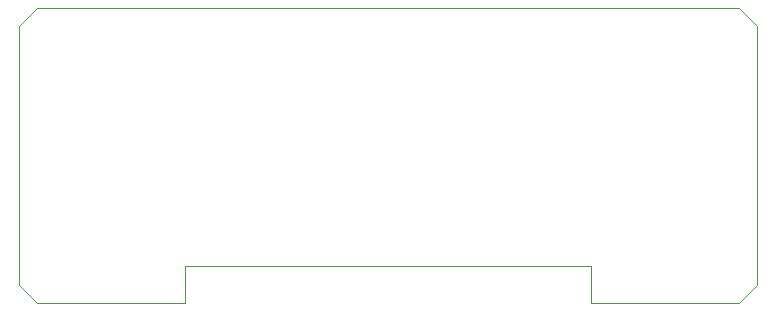
<source format=gbr>
%TF.GenerationSoftware,Altium Limited,Altium Designer,19.0.11 (319)*%
G04 Layer_Color=8388736*
%FSLAX26Y26*%
%MOIN*%
%TF.FileFunction,Other,Board_Outline*%
%TF.Part,Single*%
G01*
G75*
%TA.AperFunction,NonConductor*%
%ADD85C,0.003937*%
D85*
X0Y61024D02*
X61024Y0D01*
X554134D01*
Y123031D01*
X1906496D01*
Y0D02*
Y123031D01*
Y0D02*
X2399606D01*
X2460630Y61024D01*
Y923228D01*
X2399606Y984252D02*
X2460630Y923228D01*
X61024Y984252D02*
X2399606D01*
X0Y923228D02*
X61024Y984252D01*
X0Y923228D02*
Y923228D01*
Y61024D02*
Y923228D01*
%TF.MD5,c97c51edc183afca854b1339f0d5421e*%
M02*

</source>
